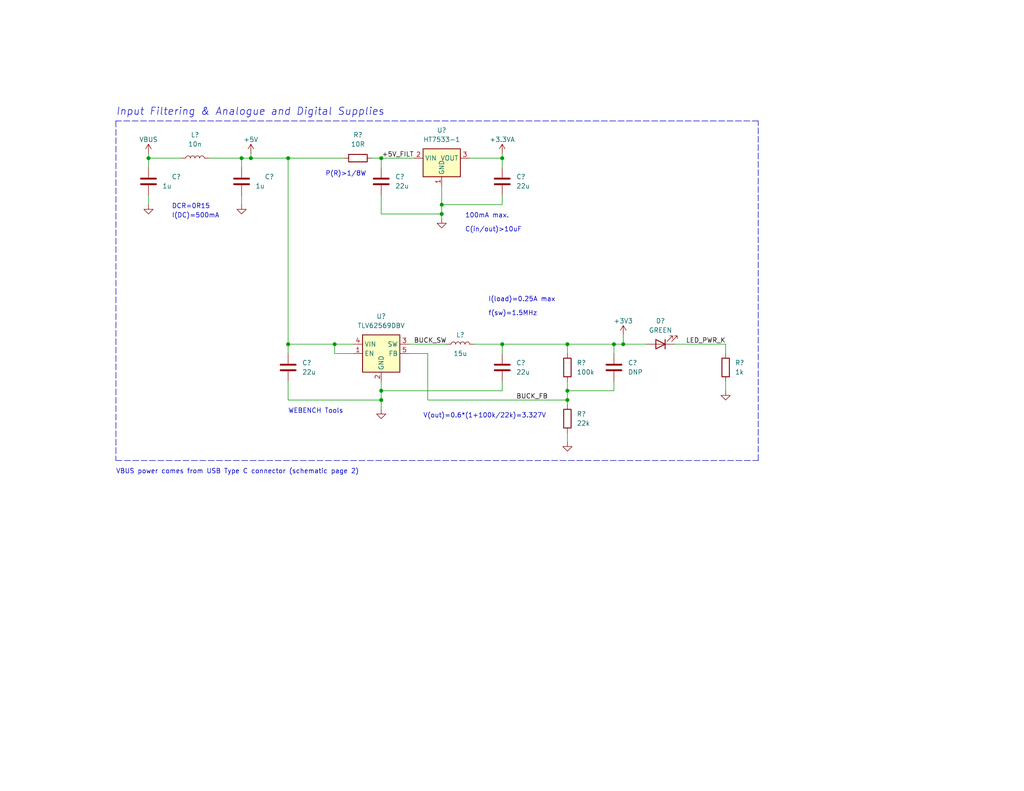
<source format=kicad_sch>
(kicad_sch (version 20211123) (generator eeschema)
  (paper "USLetter")
  (lib_symbols
    (symbol "Device:C" (pin_numbers hide) (pin_names (offset 0.254))
      (property "Reference" "C" (at 0.635 2.54 0))
      (property "Value" "C" (at 0.635 -2.54 0))
      (symbol "C_0_1"
        (polyline (pts (xy -2.032 -0.762) (xy 2.032 -0.762)) (stroke (width 0.508)))
        (polyline (pts (xy -2.032 0.762) (xy 2.032 0.762)) (stroke (width 0.508)))
      )
      (symbol "C_1_1"
        (pin passive line (at 0 3.81 270) (length 2.794) (name "~") (number "1"))
        (pin passive line (at 0 -3.81 90) (length 2.794) (name "~") (number "2"))
      )
    )
    (symbol "Device:L" (pin_numbers hide) (pin_names (offset 1.016) hide)
      (property "Reference" "L" (at -1.27 0 90))
      (property "Value" "L" (at 1.905 0 90))
      (symbol "L_0_1"
        (arc (start 0 -2.54) (mid 0.635 -1.905) (end 0 -1.27))
        (arc (start 0 -1.27) (mid 0.635 -0.635) (end 0 0))
        (arc (start 0 0) (mid 0.635 0.635) (end 0 1.27))
        (arc (start 0 1.27) (mid 0.635 1.905) (end 0 2.54))
      )
      (symbol "L_1_1"
        (pin passive line (at 0 3.81 270) (length 1.27) (name "1") (number "1"))
        (pin passive line (at 0 -3.81 90) (length 1.27) (name "2") (number "2"))
      )
    )
    (symbol "Device:LED" (pin_numbers hide) (pin_names (offset 1.016) hide)
      (property "Reference" "D" (at 0 2.54 0))
      (property "Value" "LED" (at 0 -2.54 0))
      (symbol "LED_0_1"
        (polyline (pts (xy -1.27 -1.27) (xy -1.27 1.27)) (stroke (width 0.254)))
        (polyline (pts (xy -1.27 0) (xy 1.27 0)))
        (polyline (pts (xy 1.27 -1.27) (xy 1.27 1.27) (xy -1.27 0) (xy 1.27 -1.27)) (stroke (width 0.254)))
        (polyline (pts (xy -3.048 -0.762) (xy -4.572 -2.286) (xy -3.81 -2.286) (xy -4.572 -2.286) (xy -4.572 -1.524)))
        (polyline (pts (xy -1.778 -0.762) (xy -3.302 -2.286) (xy -2.54 -2.286) (xy -3.302 -2.286) (xy -3.302 -1.524)))
      )
      (symbol "LED_1_1"
        (pin passive line (at -3.81 0 0) (length 2.54) (name "K") (number "1"))
        (pin passive line (at 3.81 0 180) (length 2.54) (name "A") (number "2"))
      )
    )
    (symbol "Device:R" (pin_numbers hide) (pin_names (offset 0))
      (property "Reference" "R" (at 2.032 0 90))
      (property "Value" "R" (at 0 0 90))
      (symbol "R_0_1"
        (rectangle (start -1.016 -2.54) (end 1.016 2.54) (stroke (width 0.254)))
      )
      (symbol "R_1_1"
        (pin passive line (at 0 3.81 270) (length 1.27) (name "~") (number "1"))
        (pin passive line (at 0 -3.81 90) (length 1.27) (name "~") (number "2"))
      )
    )
    (symbol "Regulator_Linear:HT75xx-1-SOT89"
      (property "Reference" "U" (at -5.08 -3.81 0))
      (property "Value" "HT75xx-1-SOT89" (at 0 6.35 0))
      (symbol "HT75xx-1-SOT89_0_1"
        (rectangle (start -5.08 5.08) (end 5.08 -2.54) (stroke (width 0.254)) (fill (type background)))
      )
      (symbol "HT75xx-1-SOT89_1_1"
        (pin power_in line (at 0 -5.08 90) (length 2.54) (name "GND") (number "1"))
        (pin power_in line (at -7.62 2.54 0) (length 2.54) (name "VIN") (number "2"))
        (pin power_out line (at 7.62 2.54 180) (length 2.54) (name "VOUT") (number "3"))
      )
    )
    (symbol "Regulator_Switching:TLV62569DBV"
      (property "Reference" "U" (at -5.08 6.35 0))
      (property "Value" "TLV62569DBV" (at 0 6.35 0))
      (symbol "TLV62569DBV_0_1"
        (rectangle (start -5.08 5.08) (end 5.08 -5.08) (stroke (width 0.254)) (fill (type background)))
      )
      (symbol "TLV62569DBV_1_1"
        (pin input line (at -7.62 0 0) (length 2.54) (name "EN") (number "1"))
        (pin power_in line (at 0 -7.62 90) (length 2.54) (name "GND") (number "2"))
        (pin power_out line (at 7.62 2.54 180) (length 2.54) (name "SW") (number "3"))
        (pin power_in line (at -7.62 2.54 0) (length 2.54) (name "VIN") (number "4"))
        (pin input line (at 7.62 0 180) (length 2.54) (name "FB") (number "5"))
      )
    )
    (symbol "power:+3.3VA" (power) (pin_names (offset 0))
      (property "Value" "+3.3VA" (at 0 3.556 0))
      (symbol "+3.3VA_0_1"
        (polyline (pts (xy -0.762 1.27) (xy 0 2.54)))
        (polyline (pts (xy 0 0) (xy 0 2.54)))
        (polyline (pts (xy 0 2.54) (xy 0.762 1.27)))
      )
      (symbol "+3.3VA_1_1"
        (pin power_in line (at 0 0 90) (length 0) hide (name "+3.3VA") (number "1"))
      )
    )
    (symbol "power:+3V3" (power) (pin_names (offset 0))
      (property "Value" "+3V3" (at 0 3.556 0))
      (symbol "+3V3_0_1"
        (polyline (pts (xy -0.762 1.27) (xy 0 2.54)))
        (polyline (pts (xy 0 0) (xy 0 2.54)))
        (polyline (pts (xy 0 2.54) (xy 0.762 1.27)))
      )
      (symbol "+3V3_1_1"
        (pin power_in line (at 0 0 90) (length 0) hide (name "+3V3") (number "1"))
      )
    )
    (symbol "power:+5V" (power) (pin_names (offset 0))
      (property "Value" "+5V" (at 0 3.556 0))
      (symbol "+5V_0_1"
        (polyline (pts (xy -0.762 1.27) (xy 0 2.54)))
        (polyline (pts (xy 0 0) (xy 0 2.54)))
        (polyline (pts (xy 0 2.54) (xy 0.762 1.27)))
      )
      (symbol "+5V_1_1"
        (pin power_in line (at 0 0 90) (length 0) hide (name "+5V") (number "1"))
      )
    )
    (symbol "power:GND" (power) (pin_names (offset 0))
      (property "Value" "GND" (at 0 -3.81 0))
      (symbol "GND_0_1"
        (polyline (pts (xy 0 0) (xy 0 -1.27) (xy 1.27 -1.27) (xy 0 -2.54) (xy -1.27 -1.27) (xy 0 -1.27)))
      )
      (symbol "GND_1_1"
        (pin power_in line (at 0 0 270) (length 0) hide (name "GND") (number "1"))
      )
    )
    (symbol "power:VBUS" (power) (pin_names (offset 0))
      (property "Value" "VBUS" (at 0 3.81 0))
      (symbol "VBUS_0_1"
        (polyline (pts (xy -0.762 1.27) (xy 0 2.54)))
        (polyline (pts (xy 0 0) (xy 0 2.54)))
        (polyline (pts (xy 0 2.54) (xy 0.762 1.27)))
      )
      (symbol "VBUS_1_1"
        (pin power_in line (at 0 0 90) (length 0) hide (name "VBUS") (number "1"))
      )
    )
  )
  (junction (at 154.813 109.22))
  (junction (at 120.523 58.42))
  (junction (at 65.913 43.18))
  (junction (at 91.313 93.98))
  (junction (at 120.523 55.88))
  (junction (at 104.013 106.68))
  (junction (at 78.613 43.18))
  (junction (at 154.813 93.98))
  (junction (at 137.033 43.18))
  (junction (at 78.613 93.98))
  (junction (at 154.813 106.68))
  (junction (at 170.053 93.98))
  (junction (at 167.513 93.98))
  (junction (at 68.453 43.18))
  (junction (at 104.013 109.22))
  (junction (at 40.513 43.18))
  (junction (at 104.013 43.18))
  (junction (at 137.033 93.98))
  (wire (pts (xy 170.053 91.44) (xy 170.053 93.98)))
  (wire (pts (xy 104.013 111.76) (xy 104.013 109.22)))
  (wire (pts (xy 154.813 120.65) (xy 154.813 118.11)))
  (wire (pts (xy 170.053 93.98) (xy 167.513 93.98)))
  (wire (pts (xy 120.523 50.8) (xy 120.523 55.88)))
  (wire (pts (xy 68.453 43.18) (xy 65.913 43.18)))
  (wire (pts (xy 197.993 96.52) (xy 197.993 93.98)))
  (wire (pts (xy 91.313 96.52) (xy 96.393 96.52)))
  (wire (pts (xy 91.313 93.98) (xy 96.393 93.98)))
  (wire (pts (xy 120.523 55.88) (xy 137.033 55.88)))
  (wire (pts (xy 104.013 109.22) (xy 104.013 106.68)))
  (wire (pts (xy 120.523 58.42) (xy 120.523 59.69)))
  (wire (pts (xy 154.813 93.98) (xy 167.513 93.98)))
  (wire (pts (xy 116.713 109.22) (xy 116.713 96.52)))
  (wire (pts (xy 40.513 41.91) (xy 40.513 43.18)))
  (wire (pts (xy 154.813 106.68) (xy 167.513 106.68)))
  (wire (pts (xy 129.413 93.98) (xy 137.033 93.98)))
  (polyline (pts (xy 206.883 33.02) (xy 31.623 33.02)))
  (wire (pts (xy 154.813 93.98) (xy 137.033 93.98)))
  (wire (pts (xy 120.523 58.42) (xy 104.013 58.42)))
  (wire (pts (xy 57.023 43.18) (xy 65.913 43.18)))
  (wire (pts (xy 197.993 106.68) (xy 197.993 104.14)))
  (wire (pts (xy 104.013 43.18) (xy 104.013 45.72)))
  (wire (pts (xy 137.033 55.88) (xy 137.033 53.34)))
  (wire (pts (xy 78.613 93.98) (xy 91.313 93.98)))
  (wire (pts (xy 167.513 104.14) (xy 167.513 106.68)))
  (wire (pts (xy 120.523 55.88) (xy 120.523 58.42)))
  (wire (pts (xy 104.013 106.68) (xy 104.013 104.14)))
  (wire (pts (xy 128.143 43.18) (xy 137.033 43.18)))
  (wire (pts (xy 176.403 93.98) (xy 170.053 93.98)))
  (wire (pts (xy 137.033 41.91) (xy 137.033 43.18)))
  (wire (pts (xy 137.033 45.72) (xy 137.033 43.18)))
  (wire (pts (xy 137.033 106.68) (xy 104.013 106.68)))
  (wire (pts (xy 65.913 45.72) (xy 65.913 43.18)))
  (wire (pts (xy 101.473 43.18) (xy 104.013 43.18)))
  (wire (pts (xy 104.013 53.34) (xy 104.013 58.42)))
  (wire (pts (xy 40.513 43.18) (xy 49.403 43.18)))
  (wire (pts (xy 137.033 93.98) (xy 137.033 96.52)))
  (wire (pts (xy 78.613 43.18) (xy 68.453 43.18)))
  (wire (pts (xy 121.793 93.98) (xy 111.633 93.98)))
  (polyline (pts (xy 31.623 33.02) (xy 31.623 125.73)))
  (wire (pts (xy 65.913 55.88) (xy 65.913 53.34)))
  (wire (pts (xy 40.513 43.18) (xy 40.513 45.72)))
  (wire (pts (xy 154.813 109.22) (xy 116.713 109.22)))
  (wire (pts (xy 167.513 93.98) (xy 167.513 96.52)))
  (wire (pts (xy 154.813 104.14) (xy 154.813 106.68)))
  (wire (pts (xy 93.853 43.18) (xy 78.613 43.18)))
  (wire (pts (xy 78.613 93.98) (xy 78.613 43.18)))
  (wire (pts (xy 112.903 43.18) (xy 104.013 43.18)))
  (wire (pts (xy 111.633 96.52) (xy 116.713 96.52)))
  (polyline (pts (xy 206.883 125.73) (xy 206.883 33.02)))
  (wire (pts (xy 91.313 96.52) (xy 91.313 93.98)))
  (wire (pts (xy 104.013 109.22) (xy 78.613 109.22)))
  (wire (pts (xy 78.613 109.22) (xy 78.613 104.14)))
  (polyline (pts (xy 31.623 125.73) (xy 206.883 125.73)))
  (wire (pts (xy 154.813 96.52) (xy 154.813 93.98)))
  (wire (pts (xy 78.613 96.52) (xy 78.613 93.98)))
  (wire (pts (xy 154.813 109.22) (xy 154.813 110.49)))
  (wire (pts (xy 184.023 93.98) (xy 197.993 93.98)))
  (wire (pts (xy 137.033 104.14) (xy 137.033 106.68)))
  (wire (pts (xy 154.813 106.68) (xy 154.813 109.22)))
  (wire (pts (xy 40.513 55.88) (xy 40.513 53.34)))
  (wire (pts (xy 68.453 41.91) (xy 68.453 43.18)))
  (text "f(sw)=1.5MHz" (at 133.223 86.36 0) (effects (font (size 1.27 1.27)) (justify left bottom)))
  (text "I(DC)=500mA" (at 46.863 59.69 0) (effects (font (size 1.27 1.27)) (justify left bottom)))
  (text "P(R)>1/8W" (at 88.773 48.26 0) (effects (font (size 1.27 1.27)) (justify left bottom)))
  (text "VBUS power comes from USB Type C connector (schematic page 2)" (at 31.623 129.54 0) (effects (font (size 1.27 1.27)) (justify left bottom)))
  (text "Input Filtering & Analogue and Digital Supplies" (at 31.623 31.75 0) (effects (font (size 2.0066 2.0066) italic) (justify left bottom)))
  (text "I(load)=0.25A max" (at 133.223 82.55 0) (effects (font (size 1.27 1.27)) (justify left bottom)))
  (text "100mA max." (at 126.873 59.69 0) (effects (font (size 1.27 1.27)) (justify left bottom)))
  (text "WEBENCH Tools" (at 78.613 113.03 0) (effects (font (size 1.27 1.27)) (justify left bottom)))
  (text "V(out)=0.6*(1+100k/22k)=3.327V" (at 115.443 114.3 0) (effects (font (size 1.27 1.27)) (justify left bottom)))
  (text "C(in/out)>10uF" (at 126.873 63.5 0) (effects (font (size 1.27 1.27)) (justify left bottom)))
  (text "DCR=0R15" (at 46.863 57.15 0) (effects (font (size 1.27 1.27)) (justify left bottom)))
  (label "BUCK_SW" (at 112.903 93.98 0))
  (label "BUCK_FB" (at 140.843 109.22 0))
  (label "LED_PWR_K" (at 197.993 93.98 180))
  (label "+5V_FILT" (at 112.903 43.18 180))
  (symbol (lib_id "Device:C") (at 167.513 100.33 0) (unit 1)
    (property "Reference" "C?" (at 171.323 99.06 0) (effects (justify left)))
    (property "Value" "DNP" (at 171.323 101.6 0) (effects (justify left)))
    (property "Footprint" "Capacitor_SMD:C_0402_1005Metric" (effects hide))
  )
  (symbol (lib_id "Device:C") (at 40.513 49.53 0) (mirror y) (unit 1)
    (property "Reference" "C?" (at 49.403 48.26 0) (effects (justify left)))
    (property "Value" "1u" (at 46.863 50.8 0) (effects (justify left)))
    (property "Footprint" "Capacitor_SMD:C_0603_1608Metric" (effects hide))
  )
  (symbol (lib_id "Regulator_Switching:TLV62569DBV") (at 104.013 96.52 0) (unit 1)
    (property "Reference" "U?" (at 104.013 86.36 0))
    (property "Value" "TLV62569DBV" (at 104.013 88.9 0))
    (property "Footprint" "Package_TO_SOT_SMD:SOT-23-5" (effects hide))
    (property "Datasheet" "http://www.ti.com/lit/ds/symlink/tlv62569.pdf" (effects hide))
  )
  (symbol (lib_id "Device:R") (at 197.993 100.33 180) (unit 1)
    (property "Reference" "R?" (at 200.533 99.06 0) (effects (justify right)))
    (property "Value" "1k" (at 200.533 101.6 0) (effects (justify right)))
    (property "Footprint" "Resistor_SMD:R_0402_1005Metric" (effects hide))
  )
  (symbol (lib_id "Device:L") (at 53.213 43.18 90) (unit 1)
    (property "Reference" "L?" (at 53.213 36.83 90))
    (property "Value" "10n" (at 53.213 39.37 90))
    (property "Footprint" "Inductor_SMD:L_0402_1005Metric" (effects hide))
  )
  (symbol (lib_id "Device:C") (at 137.033 49.53 0) (unit 1)
    (property "Reference" "C?" (at 140.843 48.26 0) (effects (justify left)))
    (property "Value" "22u" (at 140.843 50.8 0) (effects (justify left)))
    (property "Footprint" "Capacitor_SMD:C_0805_2012Metric" (effects hide))
  )
  (symbol (lib_id "power:GND") (at 40.513 55.88 0) (unit 1)
    (property "Reference" "#PWR?" (effects hide))
    (property "Value" "GND" (effects hide))
  )
  (symbol (lib_id "power:GND") (at 154.813 120.65 0) (unit 1)
    (property "Reference" "#PWR?" (effects hide))
    (property "Value" "GND" (effects hide))
  )
  (symbol (lib_id "power:GND") (at 197.993 106.68 0) (unit 1)
    (property "Reference" "#PWR?" (effects hide))
    (property "Value" "GND" (effects hide))
  )
  (symbol (lib_id "power:+5V") (at 68.453 41.91 0) (unit 1)
    (property "Reference" "#PWR?" (effects hide))
    (property "Value" "+5V" (at 68.453 38.1 0))
  )
  (symbol (lib_id "power:GND") (at 104.013 111.76 0) (unit 1)
    (property "Reference" "#PWR?" (effects hide))
    (property "Value" "GND" (effects hide))
  )
  (symbol (lib_id "power:VBUS") (at 40.513 41.91 0) (unit 1)
    (property "Reference" "#PWR?" (effects hide))
    (property "Value" "VBUS" (at 40.513 38.1 0))
  )
  (symbol (lib_id "Device:C") (at 104.013 49.53 0) (unit 1)
    (property "Reference" "C?" (at 107.823 48.26 0) (effects (justify left)))
    (property "Value" "22u" (at 107.823 50.8 0) (effects (justify left)))
    (property "Footprint" "Capacitor_SMD:C_0805_2012Metric" (effects hide))
  )
  (symbol (lib_id "Device:L") (at 125.603 93.98 90) (unit 1)
    (property "Reference" "L?" (at 125.603 91.44 90))
    (property "Value" "15u" (at 125.603 96.52 90))
    (property "Footprint" "Mixed signal:MWSA0603S" (effects hide))
  )
  (symbol (lib_id "Device:R") (at 154.813 100.33 180) (unit 1)
    (property "Reference" "R?" (at 157.353 99.06 0) (effects (justify right)))
    (property "Value" "100k" (at 157.353 101.6 0) (effects (justify right)))
    (property "Footprint" "Resistor_SMD:R_0402_1005Metric" (effects hide))
  )
  (symbol (lib_id "Device:R") (at 97.663 43.18 270) (unit 1)
    (property "Reference" "R?" (at 97.663 36.83 90))
    (property "Value" "10R" (at 97.663 39.37 90))
    (property "Footprint" "Resistor_SMD:R_0805_2012Metric" (effects hide))
  )
  (symbol (lib_id "power:GND") (at 65.913 55.88 0) (unit 1)
    (property "Reference" "#PWR?" (effects hide))
    (property "Value" "GND" (effects hide))
  )
  (symbol (lib_id "Regulator_Linear:HT75xx-1-SOT89") (at 120.523 45.72 0) (unit 1)
    (property "Reference" "U?" (at 120.523 35.56 0))
    (property "Value" "HT7533-1" (at 120.523 38.1 0))
    (property "Footprint" "Package_TO_SOT_SMD:SOT-89-3" (effects hide))
    (property "Datasheet" "https://www.holtek.com/documents/10179/116711/HT75xx-1v250.pdf" (effects hide))
  )
  (symbol (lib_id "power:GND") (at 120.523 59.69 0) (unit 1)
    (property "Reference" "#PWR?" (effects hide))
    (property "Value" "GND" (effects hide))
  )
  (symbol (lib_id "Device:R") (at 154.813 114.3 180) (unit 1)
    (property "Reference" "R?" (at 157.353 113.03 0) (effects (justify right)))
    (property "Value" "22k" (at 157.353 115.57 0) (effects (justify right)))
    (property "Footprint" "Resistor_SMD:R_0402_1005Metric" (effects hide))
  )
  (symbol (lib_id "Device:C") (at 65.913 49.53 0) (mirror y) (unit 1)
    (property "Reference" "C?" (at 74.803 48.26 0) (effects (justify left)))
    (property "Value" "1u" (at 72.263 50.8 0) (effects (justify left)))
    (property "Footprint" "Capacitor_SMD:C_0603_1608Metric" (effects hide))
  )
  (symbol (lib_id "Device:C") (at 137.033 100.33 0) (unit 1)
    (property "Reference" "C?" (at 140.843 99.06 0) (effects (justify left)))
    (property "Value" "22u" (at 140.843 101.6 0) (effects (justify left)))
    (property "Footprint" "Capacitor_SMD:C_0805_2012Metric" (effects hide))
  )
  (symbol (lib_id "power:+3V3") (at 170.053 91.44 0) (unit 1)
    (property "Reference" "#PWR?" (effects hide))
    (property "Value" "+3V3" (at 170.053 87.63 0))
  )
  (symbol (lib_id "Device:C") (at 78.613 100.33 0) (unit 1)
    (property "Reference" "C?" (at 82.423 99.06 0) (effects (justify left)))
    (property "Value" "22u" (at 82.423 101.6 0) (effects (justify left)))
    (property "Footprint" "Capacitor_SMD:C_0805_2012Metric" (effects hide))
  )
  (symbol (lib_id "Device:LED") (at 180.213 93.98 180) (unit 1)
    (property "Reference" "D?" (at 180.213 87.63 0))
    (property "Value" "GREEN" (at 180.213 90.17 0))
    (property "Footprint" "LED_SMD:LED_0603_1608Metric" (effects hide))
  )
  (symbol (lib_id "power:+3.3VA") (at 137.033 41.91 0) (unit 1)
    (property "Reference" "#PWR?" (effects hide))
    (property "Value" "+3.3VA" (at 137.033 38.1 0))
  )
)
</source>
